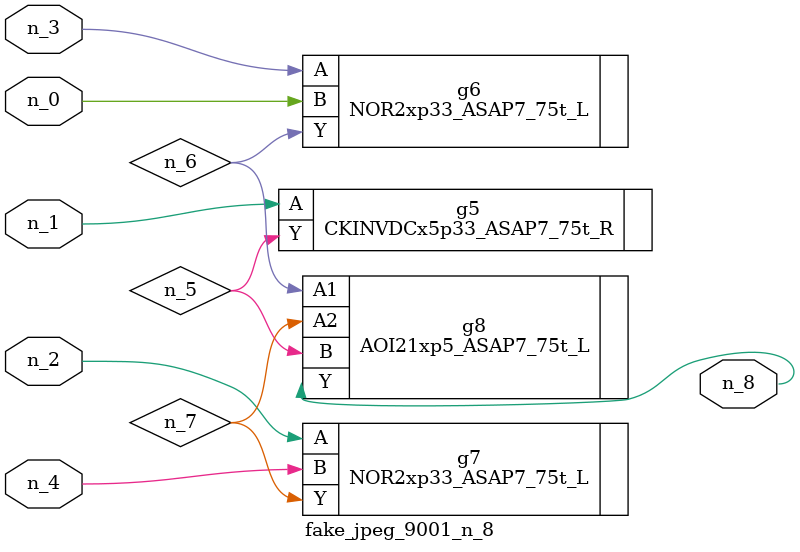
<source format=v>
module fake_jpeg_9001_n_8 (n_3, n_2, n_1, n_0, n_4, n_8);

input n_3;
input n_2;
input n_1;
input n_0;
input n_4;

output n_8;

wire n_6;
wire n_5;
wire n_7;

CKINVDCx5p33_ASAP7_75t_R g5 ( 
.A(n_1),
.Y(n_5)
);

NOR2xp33_ASAP7_75t_L g6 ( 
.A(n_3),
.B(n_0),
.Y(n_6)
);

NOR2xp33_ASAP7_75t_L g7 ( 
.A(n_2),
.B(n_4),
.Y(n_7)
);

AOI21xp5_ASAP7_75t_L g8 ( 
.A1(n_6),
.A2(n_7),
.B(n_5),
.Y(n_8)
);


endmodule
</source>
